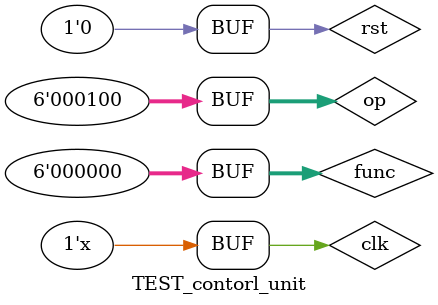
<source format=v>
`timescale 1ns / 1ps


module TEST_contorl_unit;

	// Inputs
	reg clk;
	reg rst;
	reg [5:0] func;
	reg [5:0] op;

	// Outputs
	wire WriteReg;
	wire MemToReg;
	wire writeMem;
	wire Branch;
	wire Regrt;
	wire [2:0] ALUC;
	wire ALUImm;

	// Instantiate the Unit Under Test (UUT)
	contorl_unit uut (
		.clk(clk), 
		.rst(rst), 
		.func(func), 
		.op(op), 
		.WriteReg(WriteReg), 
		.MemToReg(MemToReg), 
		.writeMem(writeMem), 
		.Branch(Branch), 
		.Regrt(Regrt), 
		.ALUC(ALUC), 
		.ALUImm(ALUImm)
	);

	initial begin
		// Initialize Inputs
		clk = 0;
		rst = 0;
		func = 0;
		op = 0;

		// Wait 100 ns for global reset to finish
		#100;
      func = 32;
		#100;
		func = 34;
		#100;
		func = 36;
		#100;
		func = 37;
		#100;
		func = 39;
		#100;
		func = 42;
		#100;
		func = 0;
		op = 35;
		#100;
		op = 43;
		#100;
		op = 4;
		// Add stimulus here

	end
	always begin
		clk = ~clk;
		#50;
	end
 
endmodule


</source>
